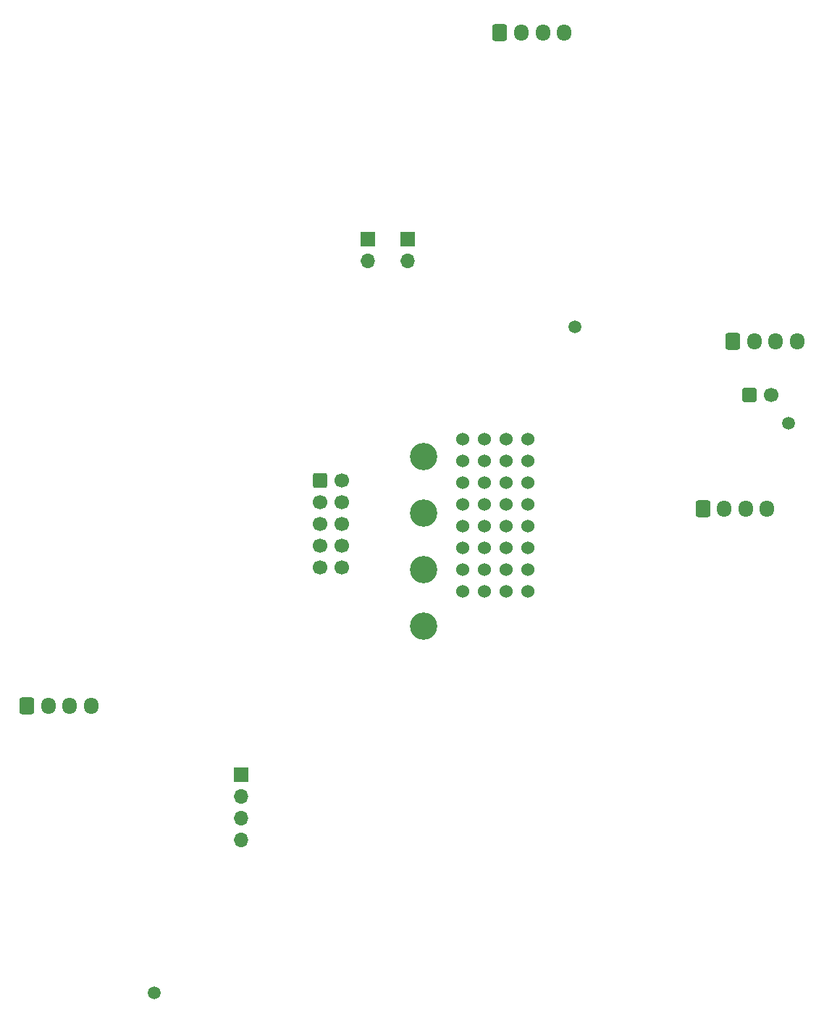
<source format=gbr>
%TF.GenerationSoftware,KiCad,Pcbnew,8.0.1*%
%TF.CreationDate,2024-06-07T14:48:59+02:00*%
%TF.ProjectId,Robuoy-Top,526f6275-6f79-42d5-946f-702e6b696361,rev?*%
%TF.SameCoordinates,Original*%
%TF.FileFunction,Soldermask,Bot*%
%TF.FilePolarity,Negative*%
%FSLAX46Y46*%
G04 Gerber Fmt 4.6, Leading zero omitted, Abs format (unit mm)*
G04 Created by KiCad (PCBNEW 8.0.1) date 2024-06-07 14:48:59*
%MOMM*%
%LPD*%
G01*
G04 APERTURE LIST*
G04 Aperture macros list*
%AMRoundRect*
0 Rectangle with rounded corners*
0 $1 Rounding radius*
0 $2 $3 $4 $5 $6 $7 $8 $9 X,Y pos of 4 corners*
0 Add a 4 corners polygon primitive as box body*
4,1,4,$2,$3,$4,$5,$6,$7,$8,$9,$2,$3,0*
0 Add four circle primitives for the rounded corners*
1,1,$1+$1,$2,$3*
1,1,$1+$1,$4,$5*
1,1,$1+$1,$6,$7*
1,1,$1+$1,$8,$9*
0 Add four rect primitives between the rounded corners*
20,1,$1+$1,$2,$3,$4,$5,0*
20,1,$1+$1,$4,$5,$6,$7,0*
20,1,$1+$1,$6,$7,$8,$9,0*
20,1,$1+$1,$8,$9,$2,$3,0*%
G04 Aperture macros list end*
%ADD10C,1.500000*%
%ADD11RoundRect,0.206250X-0.618750X-0.618750X0.618750X-0.618750X0.618750X0.618750X-0.618750X0.618750X0*%
%ADD12C,1.700000*%
%ADD13RoundRect,0.250000X-0.600000X-0.725000X0.600000X-0.725000X0.600000X0.725000X-0.600000X0.725000X0*%
%ADD14O,1.700000X1.950000*%
%ADD15R,1.700000X1.700000*%
%ADD16O,1.700000X1.700000*%
%ADD17C,1.524000*%
%ADD18RoundRect,0.250000X-0.600000X-0.600000X0.600000X-0.600000X0.600000X0.600000X-0.600000X0.600000X0*%
%ADD19C,3.200000*%
G04 APERTURE END LIST*
D10*
%TO.C,TP202*%
X115855000Y-67985000D03*
%TD*%
D11*
%TO.C,J202*%
X111285000Y-64665000D03*
D12*
X113825000Y-64665000D03*
%TD*%
D13*
%TO.C,J201*%
X109340000Y-58420000D03*
D14*
X111840000Y-58420000D03*
X114340000Y-58420000D03*
X116840000Y-58420000D03*
%TD*%
D13*
%TO.C,J103*%
X105840000Y-77920000D03*
D14*
X108340000Y-77920000D03*
X110840000Y-77920000D03*
X113340000Y-77920000D03*
%TD*%
D15*
%TO.C,J105*%
X51815000Y-109035000D03*
D16*
X51815000Y-111575000D03*
X51815000Y-114115000D03*
X51815000Y-116655000D03*
%TD*%
D13*
%TO.C,J102*%
X82105000Y-22315000D03*
D14*
X84605000Y-22315000D03*
X87105000Y-22315000D03*
X89605000Y-22315000D03*
%TD*%
D17*
%TO.C,TP402*%
X77707000Y-79971000D03*
X80247000Y-79971000D03*
X82787000Y-79971000D03*
X85327000Y-79971000D03*
X77707000Y-82511000D03*
X80247000Y-82511000D03*
X82787000Y-82511000D03*
X85327000Y-82511000D03*
X77707000Y-85051000D03*
X80247000Y-85051000D03*
X82787000Y-85051000D03*
X85327000Y-85051000D03*
X77707000Y-87591000D03*
X80247000Y-87591000D03*
X82787000Y-87591000D03*
X85327000Y-87591000D03*
%TD*%
%TO.C,TP401*%
X77707000Y-69827000D03*
X80247000Y-69827000D03*
X82787000Y-69827000D03*
X85327000Y-69827000D03*
X77707000Y-72367000D03*
X80247000Y-72367000D03*
X82787000Y-72367000D03*
X85327000Y-72367000D03*
X77707000Y-74907000D03*
X80247000Y-74907000D03*
X82787000Y-74907000D03*
X85327000Y-74907000D03*
X77707000Y-77447000D03*
X80247000Y-77447000D03*
X82787000Y-77447000D03*
X85327000Y-77447000D03*
%TD*%
D10*
%TO.C,TP208*%
X41655000Y-134555000D03*
%TD*%
D13*
%TO.C,J104*%
X26790000Y-100990000D03*
D14*
X29290000Y-100990000D03*
X31790000Y-100990000D03*
X34290000Y-100990000D03*
%TD*%
D18*
%TO.C,J101*%
X61105000Y-74690000D03*
D12*
X63645000Y-74690000D03*
X61105000Y-77230000D03*
X63645000Y-77230000D03*
X61105000Y-79770000D03*
X63645000Y-79770000D03*
X61105000Y-82310000D03*
X63645000Y-82310000D03*
X61105000Y-84850000D03*
X63645000Y-84850000D03*
%TD*%
D19*
%TO.C,H404*%
X73145000Y-91665000D03*
%TD*%
%TO.C,H403*%
X73145000Y-85065000D03*
%TD*%
%TO.C,H402*%
X73145000Y-78465000D03*
%TD*%
%TO.C,H401*%
X73145000Y-71865000D03*
%TD*%
D15*
%TO.C,SW102*%
X71317000Y-46428000D03*
D16*
X71317000Y-48968000D03*
%TD*%
D10*
%TO.C,TP201*%
X90852000Y-56743000D03*
%TD*%
D15*
%TO.C,SW101*%
X66667000Y-46428000D03*
D16*
X66667000Y-48968000D03*
%TD*%
M02*

</source>
